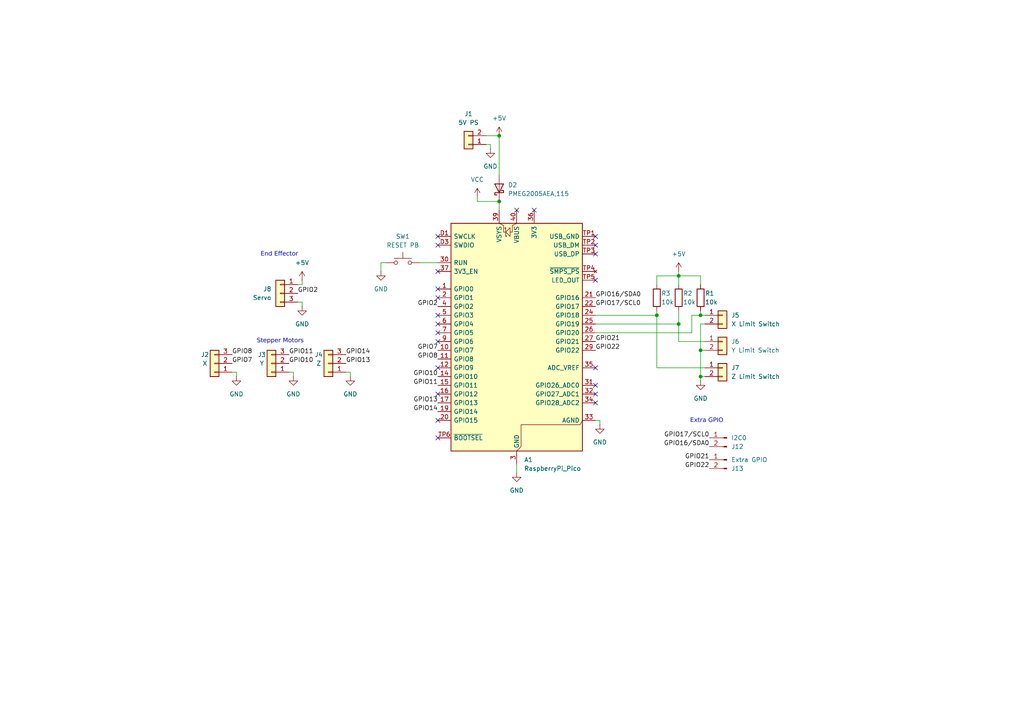
<source format=kicad_sch>
(kicad_sch (version 20250114) (generator "eeschema") (generator_version "9.0")
  (paper "A4")
  (title_block (title "RPi Pico Core Breakout Board") (rev "0a") (company "HyperSense Electronics"))
  (lib_symbols
    (symbol "Connector:Conn_01x02_Pin" (pin_names (offset 1.016) (hide yes))
      (property "Reference" "J" (at 0 2.54 0))
      (property "Value" "Conn_01x02_Pin" (at 0 -5.08 0))
      (symbol "Conn_01x02_Pin_1_1"
        (rectangle (start 0.8636 0.127) (end 0 -0.127) (stroke (width 0.1524)) (fill (type outline)))
        (rectangle (start 0.8636 -2.413) (end 0 -2.667) (stroke (width 0.1524)) (fill (type outline)))
        (polyline (pts (xy 1.27 0) (xy 0.8636 0)) (stroke (width 0.1524)))
        (polyline (pts (xy 1.27 -2.54) (xy 0.8636 -2.54)) (stroke (width 0.1524)))
        (pin passive line (at 5.08 0 180) (length 3.81) (name "Pin_1") (number "1"))
        (pin passive line (at 5.08 -2.54 180) (length 3.81) (name "Pin_2") (number "2"))
      )
    )
    (symbol "Connector_Generic:Conn_01x02" (pin_names (offset 1.016) (hide yes))
      (property "Reference" "J" (at 0 2.54 0))
      (property "Value" "Conn_01x02" (at 0 -5.08 0))
      (symbol "Conn_01x02_1_1"
        (rectangle (start -1.27 1.27) (end 1.27 -3.81) (stroke (width 0.254)) (fill (type background)))
        (rectangle (start -1.27 0.127) (end 0 -0.127) (stroke (width 0.1524)))
        (rectangle (start -1.27 -2.413) (end 0 -2.667) (stroke (width 0.1524)))
        (pin passive line (at -5.08 0 0) (length 3.81) (name "Pin_1") (number "1"))
        (pin passive line (at -5.08 -2.54 0) (length 3.81) (name "Pin_2") (number "2"))
      )
    )
    (symbol "Connector_Generic:Conn_01x03" (pin_names (offset 1.016) (hide yes))
      (property "Reference" "J" (at 0 5.08 0))
      (property "Value" "Conn_01x03" (at 0 -5.08 0))
      (symbol "Conn_01x03_1_1"
        (rectangle (start -1.27 3.81) (end 1.27 -3.81) (stroke (width 0.254)) (fill (type background)))
        (rectangle (start -1.27 2.667) (end 0 2.413) (stroke (width 0.1524)))
        (rectangle (start -1.27 0.127) (end 0 -0.127) (stroke (width 0.1524)))
        (rectangle (start -1.27 -2.413) (end 0 -2.667) (stroke (width 0.1524)))
        (pin passive line (at -5.08 2.54 0) (length 3.81) (name "Pin_1") (number "1"))
        (pin passive line (at -5.08 0 0) (length 3.81) (name "Pin_2") (number "2"))
        (pin passive line (at -5.08 -2.54 0) (length 3.81) (name "Pin_3") (number "3"))
      )
    )
    (symbol "Device:D_Schottky" (pin_numbers (hide yes)) (pin_names (offset 1.016) (hide yes))
      (property "Reference" "D" (at 0 2.54 0))
      (property "Value" "D_Schottky" (at 0 -2.54 0))
      (symbol "D_Schottky_0_1"
        (polyline (pts (xy -1.905 0.635) (xy -1.905 1.27) (xy -1.27 1.27) (xy -1.27 -1.27) (xy -0.635 -1.27) (xy -0.635 -0.635)) (stroke (width 0.254)))
        (polyline (pts (xy 1.27 1.27) (xy 1.27 -1.27) (xy -1.27 0) (xy 1.27 1.27)) (stroke (width 0.254)))
        (polyline (pts (xy 1.27 0) (xy -1.27 0)))
      )
      (symbol "D_Schottky_1_1"
        (pin passive line (at -3.81 0 0) (length 2.54) (name "K") (number "1"))
        (pin passive line (at 3.81 0 180) (length 2.54) (name "A") (number "2"))
      )
    )
    (symbol "Device:R" (pin_numbers (hide yes)) (pin_names (offset 0))
      (property "Reference" "R" (at 2.032 0 90))
      (property "Value" "R" (at 0 0 90))
      (symbol "R_0_1"
        (rectangle (start -1.016 -2.54) (end 1.016 2.54) (stroke (width 0.254)))
      )
      (symbol "R_1_1"
        (pin passive line (at 0 3.81 270) (length 1.27) (name "~") (number "1"))
        (pin passive line (at 0 -3.81 90) (length 1.27) (name "~") (number "2"))
      )
    )
    (symbol "MCU_Module:RaspberryPi_Pico_Extensive" (pin_names (offset 0.762))
      (property "Reference" "A" (at -19.05 35.56 0))
      (property "Value" "RaspberryPi_Pico" (at 7.62 35.56 0))
      (symbol "RaspberryPi_Pico_Extensive_0_1"
        (rectangle (start -19.05 34.29) (end 19.05 -31.75) (stroke (width 0.254)) (fill (type background)))
        (polyline (pts (xy -5.08 34.29) (xy -3.81 33.655) (xy -3.81 31.75) (xy -3.175 31.75)))
        (polyline (pts (xy -3.429 32.766) (xy -3.429 33.02) (xy -3.175 33.02) (xy -3.175 30.48) (xy -2.921 30.48) (xy -2.921 30.734)))
        (polyline (pts (xy -3.175 31.75) (xy -1.905 33.02) (xy -1.905 30.48) (xy -3.175 31.75)))
        (polyline (pts (xy 0 34.29) (xy -1.27 33.655) (xy -1.27 31.75) (xy -1.905 31.75)))
        (polyline (pts (xy 0 -31.75) (xy 1.27 -30.48) (xy 1.27 -24.13) (xy 18.415 -24.13) (xy 19.05 -22.86)))
      )
      (symbol "RaspberryPi_Pico_Extensive_1_1"
        (pin input line (at -22.86 30.48 0) (length 3.81) (name "SWCLK") (number "D1"))
        (pin bidirectional line (at -22.86 27.94 0) (length 3.81) (name "SWDIO") (number "D3"))
        (pin passive line (at -22.86 22.86 0) (length 3.81) (name "RUN") (number "30"))
        (pin passive line (at -22.86 20.32 0) (length 3.81) (name "3V3_EN") (number "37"))
        (pin bidirectional line (at -22.86 15.24 0) (length 3.81) (name "GPIO0") (number "1"))
        (pin bidirectional line (at -22.86 12.7 0) (length 3.81) (name "GPIO1") (number "2"))
        (pin bidirectional line (at -22.86 10.16 0) (length 3.81) (name "GPIO2") (number "4"))
        (pin bidirectional line (at -22.86 7.62 0) (length 3.81) (name "GPIO3") (number "5"))
        (pin bidirectional line (at -22.86 5.08 0) (length 3.81) (name "GPIO4") (number "6"))
        (pin bidirectional line (at -22.86 2.54 0) (length 3.81) (name "GPIO5") (number "7"))
        (pin bidirectional line (at -22.86 0 0) (length 3.81) (name "GPIO6") (number "9"))
        (pin bidirectional line (at -22.86 -2.54 0) (length 3.81) (name "GPIO7") (number "10"))
        (pin bidirectional line (at -22.86 -5.08 0) (length 3.81) (name "GPIO8") (number "11"))
        (pin bidirectional line (at -22.86 -7.62 0) (length 3.81) (name "GPIO9") (number "12"))
        (pin bidirectional line (at -22.86 -10.16 0) (length 3.81) (name "GPIO10") (number "14"))
        (pin bidirectional line (at -22.86 -12.7 0) (length 3.81) (name "GPIO11") (number "15"))
        (pin bidirectional line (at -22.86 -15.24 0) (length 3.81) (name "GPIO12") (number "16"))
        (pin bidirectional line (at -22.86 -17.78 0) (length 3.81) (name "GPIO13") (number "17"))
        (pin bidirectional line (at -22.86 -20.32 0) (length 3.81) (name "GPIO14") (number "19"))
        (pin bidirectional line (at -22.86 -22.86 0) (length 3.81) (name "GPIO15") (number "20"))
        (pin input line (at -22.86 -27.94 0) (length 3.81) (name "~{BOOTSEL}") (number "TP6"))
        (pin power_in line (at -5.08 38.1 270) (length 3.81) (name "VSYS") (number "39"))
        (pin power_out line (at 0 38.1 270) (length 3.81) (name "VBUS") (number "40"))
        (pin passive line (at 0 -35.56 90) (length 3.81) (hide yes) (name "GND") (number "13"))
        (pin passive line (at 0 -35.56 90) (length 3.81) (hide yes) (name "GND") (number "18"))
        (pin passive line (at 0 -35.56 90) (length 3.81) (hide yes) (name "GND") (number "23"))
        (pin passive line (at 0 -35.56 90) (length 3.81) (hide yes) (name "GND") (number "28"))
        (pin power_out line (at 0 -35.56 90) (length 3.81) (name "GND") (number "3"))
        (pin passive line (at 0 -35.56 90) (length 3.81) (hide yes) (name "GND") (number "38"))
        (pin passive line (at 0 -35.56 90) (length 3.81) (hide yes) (name "GND") (number "8"))
        (pin passive line (at 0 -35.56 90) (length 3.81) (hide yes) (name "GND") (number "D2"))
        (pin power_out line (at 5.08 38.1 270) (length 3.81) (name "3V3") (number "36"))
        (pin power_out line (at 22.86 30.48 180) (length 3.81) (name "USB_GND") (number "TP1"))
        (pin bidirectional line (at 22.86 27.94 180) (length 3.81) (name "USB_DM") (number "TP2"))
        (pin bidirectional line (at 22.86 25.4 180) (length 3.81) (name "USB_DP") (number "TP3"))
        (pin no_connect line (at 22.86 20.32 180) (length 3.81) (name "~{SMPS_PS}") (number "TP4"))
        (pin output line (at 22.86 17.78 180) (length 3.81) (name "LED_OUT") (number "TP5"))
        (pin bidirectional line (at 22.86 12.7 180) (length 3.81) (name "GPIO16") (number "21"))
        (pin bidirectional line (at 22.86 10.16 180) (length 3.81) (name "GPIO17") (number "22"))
        (pin bidirectional line (at 22.86 7.62 180) (length 3.81) (name "GPIO18") (number "24"))
        (pin bidirectional line (at 22.86 5.08 180) (length 3.81) (name "GPIO19") (number "25"))
        (pin bidirectional line (at 22.86 2.54 180) (length 3.81) (name "GPIO20") (number "26"))
        (pin bidirectional line (at 22.86 0 180) (length 3.81) (name "GPIO21") (number "27"))
        (pin bidirectional line (at 22.86 -2.54 180) (length 3.81) (name "GPIO22") (number "29"))
        (pin power_in line (at 22.86 -7.62 180) (length 3.81) (name "ADC_VREF") (number "35"))
        (pin bidirectional line (at 22.86 -12.7 180) (length 3.81) (name "GPIO26_ADC0") (number "31"))
        (pin bidirectional line (at 22.86 -15.24 180) (length 3.81) (name "GPIO27_ADC1") (number "32"))
        (pin bidirectional line (at 22.86 -17.78 180) (length 3.81) (name "GPIO28_ADC2") (number "34"))
        (pin power_out line (at 22.86 -22.86 180) (length 3.81) (name "AGND") (number "33"))
      )
    )
    (symbol "Switch:SW_Push" (pin_numbers (hide yes)) (pin_names (offset 1.016) (hide yes))
      (property "Reference" "SW" (at 1.27 2.54 0))
      (property "Value" "SW_Push" (at 0 -1.524 0))
      (symbol "SW_Push_0_1"
        (circle (center -2.032 0) (radius 0.508))
        (polyline (pts (xy 0 1.27) (xy 0 3.048)))
        (circle (center 2.032 0) (radius 0.508))
        (polyline (pts (xy 2.54 1.27) (xy -2.54 1.27)))
        (pin passive line (at -5.08 0 0) (length 2.54) (name "1") (number "1"))
        (pin passive line (at 5.08 0 180) (length 2.54) (name "2") (number "2"))
      )
    )
    (symbol "power:+5V" (power) (pin_numbers (hide yes)) (pin_names (offset 0) (hide yes))
      (property "Value" "+5V" (at 0 3.556 0))
      (symbol "+5V_0_1"
        (polyline (pts (xy -0.762 1.27) (xy 0 2.54)))
        (polyline (pts (xy 0 2.54) (xy 0.762 1.27)))
        (polyline (pts (xy 0 0) (xy 0 2.54)))
      )
      (symbol "+5V_1_1"
        (pin power_in line (at 0 0 90) (length 0) (name "~") (number "1"))
      )
    )
    (symbol "power:GND" (power) (pin_numbers (hide yes)) (pin_names (offset 0) (hide yes))
      (property "Value" "GND" (at 0 -3.81 0))
      (symbol "GND_0_1"
        (polyline (pts (xy 0 0) (xy 0 -1.27) (xy 1.27 -1.27) (xy 0 -2.54) (xy -1.27 -1.27) (xy 0 -1.27)))
      )
      (symbol "GND_1_1"
        (pin power_in line (at 0 0 270) (length 0) (name "~") (number "1"))
      )
    )
    (symbol "power:VCC" (power) (pin_numbers (hide yes)) (pin_names (offset 0) (hide yes))
      (property "Value" "VCC" (at 0 3.556 0))
      (symbol "VCC_0_1"
        (polyline (pts (xy -0.762 1.27) (xy 0 2.54)))
        (polyline (pts (xy 0 2.54) (xy 0.762 1.27)))
        (polyline (pts (xy 0 0) (xy 0 2.54)))
      )
      (symbol "VCC_1_1"
        (pin power_in line (at 0 0 90) (length 0) (name "~") (number "1"))
      )
    )
  )
  (text "End Effector\n" (at 81.026 74.168 0) (effects (font (size 1.27 1.27))))
  (text "Stepper Motors" (at 81.28 99.314 0) (effects (font (size 1.27 1.27))))
  (text "Extra GPIO" (at 204.978 122.428 0) (effects (font (size 1.27 1.27))))
  (junction (at 196.85 80.01))
  (junction (at 203.2 101.6))
  (junction (at 196.85 93.98))
  (junction (at 190.5 91.44))
  (junction (at 144.78 39.37))
  (junction (at 203.2 91.44))
  (junction (at 144.78 58.42))
  (junction (at 203.2 109.22))
  (no_connect (at 149.86 60.96))
  (no_connect (at 172.72 111.76))
  (no_connect (at 172.72 116.84))
  (no_connect (at 127 127))
  (no_connect (at 127 99.06))
  (no_connect (at 127 83.82))
  (no_connect (at 172.72 81.28))
  (no_connect (at 154.94 60.96))
  (no_connect (at 127 71.12))
  (no_connect (at 172.72 106.68))
  (no_connect (at 127 91.44))
  (no_connect (at 172.72 73.66))
  (no_connect (at 127 121.92))
  (no_connect (at 127 86.36))
  (no_connect (at 127 93.98))
  (no_connect (at 172.72 71.12))
  (no_connect (at 127 68.58))
  (no_connect (at 127 96.52))
  (no_connect (at 127 78.74))
  (no_connect (at 127 106.68))
  (no_connect (at 172.72 68.58))
  (no_connect (at 172.72 114.3))
  (no_connect (at 127 114.3))
  (wire (pts (xy 190.5 82.55) (xy 190.5 80.01)))
  (wire (pts (xy 85.09 107.95) (xy 83.82 107.95)))
  (wire (pts (xy 204.47 106.68) (xy 190.5 106.68)))
  (wire (pts (xy 85.09 109.22) (xy 85.09 107.95)))
  (wire (pts (xy 190.5 91.44) (xy 190.5 106.68)))
  (wire (pts (xy 203.2 109.22) (xy 203.2 101.6)))
  (wire (pts (xy 144.78 58.42) (xy 144.78 60.96)))
  (wire (pts (xy 87.63 81.28) (xy 87.63 82.55)))
  (wire (pts (xy 196.85 80.01) (xy 196.85 82.55)))
  (wire (pts (xy 172.72 91.44) (xy 190.5 91.44)))
  (wire (pts (xy 196.85 78.74) (xy 196.85 80.01)))
  (wire (pts (xy 140.97 41.91) (xy 142.24 41.91)))
  (wire (pts (xy 138.43 58.42) (xy 144.78 58.42)))
  (wire (pts (xy 87.63 82.55) (xy 86.36 82.55)))
  (wire (pts (xy 149.86 134.62) (xy 149.86 137.16)))
  (wire (pts (xy 87.63 87.63) (xy 87.63 88.9)))
  (wire (pts (xy 200.66 96.52) (xy 200.66 91.44)))
  (wire (pts (xy 203.2 93.98) (xy 204.47 93.98)))
  (wire (pts (xy 140.97 39.37) (xy 144.78 39.37)))
  (wire (pts (xy 200.66 91.44) (xy 203.2 91.44)))
  (wire (pts (xy 172.72 96.52) (xy 200.66 96.52)))
  (wire (pts (xy 101.6 107.95) (xy 100.33 107.95)))
  (wire (pts (xy 172.72 121.92) (xy 173.99 121.92)))
  (wire (pts (xy 121.92 76.2) (xy 127 76.2)))
  (wire (pts (xy 68.58 107.95) (xy 68.58 109.22)))
  (wire (pts (xy 101.6 109.22) (xy 101.6 107.95)))
  (wire (pts (xy 203.2 109.22) (xy 204.47 109.22)))
  (wire (pts (xy 138.43 57.15) (xy 138.43 58.42)))
  (wire (pts (xy 196.85 90.17) (xy 196.85 93.98)))
  (wire (pts (xy 203.2 101.6) (xy 204.47 101.6)))
  (wire (pts (xy 203.2 110.49) (xy 203.2 109.22)))
  (wire (pts (xy 110.49 76.2) (xy 111.76 76.2)))
  (wire (pts (xy 203.2 91.44) (xy 204.47 91.44)))
  (wire (pts (xy 173.99 121.92) (xy 173.99 123.19)))
  (wire (pts (xy 142.24 41.91) (xy 142.24 43.18)))
  (wire (pts (xy 196.85 93.98) (xy 196.85 99.06)))
  (wire (pts (xy 203.2 90.17) (xy 203.2 91.44)))
  (wire (pts (xy 144.78 39.37) (xy 144.78 50.8)))
  (wire (pts (xy 67.31 107.95) (xy 68.58 107.95)))
  (wire (pts (xy 86.36 87.63) (xy 87.63 87.63)))
  (wire (pts (xy 203.2 82.55) (xy 203.2 80.01)))
  (wire (pts (xy 203.2 101.6) (xy 203.2 93.98)))
  (wire (pts (xy 110.49 78.74) (xy 110.49 76.2)))
  (wire (pts (xy 196.85 99.06) (xy 204.47 99.06)))
  (wire (pts (xy 190.5 80.01) (xy 196.85 80.01)))
  (wire (pts (xy 190.5 90.17) (xy 190.5 91.44)))
  (wire (pts (xy 196.85 80.01) (xy 203.2 80.01)))
  (wire (pts (xy 172.72 93.98) (xy 196.85 93.98)))
  (label "GPIO17{slash}SCL0" (at 205.74 127 180))
  (label "GPIO21" (at 205.74 133.35 180))
  (label "GPIO16{slash}SDA0" (at 205.74 129.54 180))
  (label "GPIO10" (at 83.82 105.41 0))
  (label "GPIO22" (at 172.72 101.6 0))
  (label "GPIO8" (at 127 104.14 180))
  (label "GPIO21" (at 172.72 99.06 0))
  (label "GPIO11" (at 83.82 102.87 0))
  (label "GPIO2" (at 127 88.9 180))
  (label "GPIO17{slash}SCL0" (at 172.72 88.9 0))
  (label "GPIO7" (at 127 101.6 180))
  (label "GPIO14" (at 100.33 102.87 0))
  (label "GPIO14" (at 127 119.38 180))
  (label "GPIO7" (at 67.31 105.41 0))
  (label "GPIO13" (at 100.33 105.41 0))
  (label "GPIO16{slash}SDA0" (at 172.72 86.36 0))
  (label "GPIO13" (at 127 116.84 180))
  (label "GPIO10" (at 127 109.22 180))
  (label "GPIO8" (at 67.31 102.87 0))
  (label "GPIO11" (at 127 111.76 180))
  (label "GPIO22" (at 205.74 135.89 180))
  (label "GPIO2" (at 86.36 85.09 0))
  (symbol (lib_id "power:+5V") (at 196.85 78.74 0) (unit 1)
    (property "Reference" "#PWR06" (effects (hide yes)))
    (property "Value" "+5V" (at 196.85 73.66 0))
    (property "Description" "Power symbol creates a global label with name \"+5V\"" (effects (hide yes)))
  )
  (symbol (lib_id "power:GND") (at 149.86 137.16 0) (unit 1)
    (property "Reference" "#PWR02" (effects (hide yes)))
    (property "Value" "GND" (at 149.86 142.24 0))
    (property "Description" "Power symbol creates a global label with name \"GND\" , ground" (effects (hide yes)))
  )
  (symbol (lib_id "power:GND") (at 101.6 109.22 0) (unit 1)
    (property "Reference" "#PWR011" (effects (hide yes)))
    (property "Value" "GND" (at 101.6 114.3 0))
    (property "Description" "Power symbol creates a global label with name \"GND\" , ground" (effects (hide yes)))
  )
  (symbol (lib_id "Device:R") (at 196.85 86.36 0) (unit 1)
    (property "Reference" "R2" (at 198.12 85.09 0) (effects (justify left)))
    (property "Value" "10k" (at 198.12 87.63 0) (effects (justify left)))
    (property "Footprint" "Resistor_THT:R_Axial_DIN0207_L6.3mm_D2.5mm_P10.16mm_Horizontal" (effects (hide yes)))
    (property "Description" "Resistor" (effects (hide yes)))
    (property "LCSC" "C4013692" (effects (hide yes)))
  )
  (symbol (lib_id "power:+5V") (at 144.78 39.37 0) (unit 1)
    (property "Reference" "#PWR013" (effects (hide yes)))
    (property "Value" "+5V" (at 144.78 34.29 0))
    (property "Description" "Power symbol creates a global label with name \"+5V\"" (effects (hide yes)))
  )
  (symbol (lib_id "Connector_Generic:Conn_01x02") (at 209.55 99.06 0) (unit 1)
    (property "Reference" "J6" (at 212.09 99.0599 0) (effects (justify left)))
    (property "Value" "Y Limit Switch" (at 212.09 101.5999 0) (effects (justify left)))
    (property "Footprint" "Connector_JST:JST_PH_B2B-PH-K_1x02_P2.00mm_Vertical" (effects (hide yes)))
    (property "Description" "Generic connector, single row, 01x02, script generated (kicad-library-utils/schlib/autogen/connector/)" (effects (hide yes)))
  )
  (symbol (lib_id "Connector_Generic:Conn_01x02") (at 135.89 41.91 180) (unit 1)
    (property "Reference" "J1" (at 135.89 33.02 0))
    (property "Value" "5V PS" (at 135.89 35.56 0))
    (property "Footprint" "TerminalBlock_Phoenix:TerminalBlock_Phoenix_MKDS-1,5-2-5.08_1x02_P5.08mm_Horizontal" (effects (hide yes)))
    (property "Description" "Generic connector, single row, 01x02, script generated (kicad-library-utils/schlib/autogen/connector/)" (effects (hide yes)))
  )
  (symbol (lib_id "power:VCC") (at 138.43 57.15 0) (unit 1)
    (property "Reference" "#PWR012" (effects (hide yes)))
    (property "Value" "VCC" (at 138.43 52.07 0))
    (property "Description" "Power symbol creates a global label with name \"VCC\"" (effects (hide yes)))
  )
  (symbol (lib_id "Connector:Conn_01x02_Pin") (at 210.82 127 0) (mirror y) (unit 1)
    (property "Reference" "J12" (at 212.09 129.5401 0) (effects (justify right)))
    (property "Value" "I2C0" (at 212.09 127.0001 0) (effects (justify right)))
    (property "Footprint" "Connector_PinHeader_2.54mm:PinHeader_1x02_P2.54mm_Vertical" (effects (hide yes)))
    (property "Description" "Generic connector, single row, 01x02, script generated" (effects (hide yes)))
  )
  (symbol (lib_id "Device:R") (at 203.2 86.36 0) (unit 1)
    (property "Reference" "R1" (at 204.47 85.09 0) (effects (justify left)))
    (property "Value" "10k" (at 204.47 87.63 0) (effects (justify left)))
    (property "Footprint" "Resistor_THT:R_Axial_DIN0207_L6.3mm_D2.5mm_P10.16mm_Horizontal" (effects (hide yes)))
    (property "Description" "Resistor" (effects (hide yes)))
    (property "LCSC" "C4013692" (effects (hide yes)))
  )
  (symbol (lib_id "power:GND") (at 110.49 78.74 0) (unit 1)
    (property "Reference" "#PWR04" (effects (hide yes)))
    (property "Value" "GND" (at 110.49 83.82 0))
    (property "Description" "Power symbol creates a global label with name \"GND\" , ground" (effects (hide yes)))
  )
  (symbol (lib_id "Connector_Generic:Conn_01x02") (at 209.55 91.44 0) (unit 1)
    (property "Reference" "J5" (at 212.09 91.4399 0) (effects (justify left)))
    (property "Value" "X Limit Switch" (at 212.09 93.9799 0) (effects (justify left)))
    (property "Footprint" "Connector_JST:JST_PH_B2B-PH-K_1x02_P2.00mm_Vertical" (effects (hide yes)))
    (property "Description" "Generic connector, single row, 01x02, script generated (kicad-library-utils/schlib/autogen/connector/)" (effects (hide yes)))
  )
  (symbol (lib_id "Connector:Conn_01x02_Pin") (at 210.82 133.35 0) (mirror y) (unit 1)
    (property "Reference" "J13" (at 212.09 135.8901 0) (effects (justify right)))
    (property "Value" "Extra GPIO" (at 212.09 133.3501 0) (effects (justify right)))
    (property "Footprint" "Connector_PinHeader_2.54mm:PinHeader_1x02_P2.54mm_Vertical" (effects (hide yes)))
    (property "Description" "Generic connector, single row, 01x02, script generated" (effects (hide yes)))
  )
  (symbol (lib_id "power:+5V") (at 87.63 81.28 0) (unit 1)
    (property "Reference" "#PWR08" (effects (hide yes)))
    (property "Value" "+5V" (at 87.63 76.2 0))
    (property "Description" "Power symbol creates a global label with name \"+5V\"" (effects (hide yes)))
  )
  (symbol (lib_id "Connector_Generic:Conn_01x03") (at 78.74 105.41 180) (unit 1)
    (property "Reference" "J3" (at 75.946 102.87 0))
    (property "Value" "Y" (at 75.946 105.41 0))
    (property "Footprint" "TerminalBlock_Phoenix:TerminalBlock_Phoenix_MKDS-1,5-3-5.08_1x03_P5.08mm_Horizontal" (effects (hide yes)))
    (property "Description" "Generic connector, single row, 01x03, script generated (kicad-library-utils/schlib/autogen/connector/)" (effects (hide yes)))
  )
  (symbol (lib_id "power:GND") (at 142.24 43.18 0) (unit 1)
    (property "Reference" "#PWR01" (effects (hide yes)))
    (property "Value" "GND" (at 142.24 48.26 0))
    (property "Description" "Power symbol creates a global label with name \"GND\" , ground" (effects (hide yes)))
  )
  (symbol (lib_id "Connector_Generic:Conn_01x03") (at 95.25 105.41 180) (unit 1)
    (property "Reference" "J4" (at 92.456 102.87 0))
    (property "Value" "Z" (at 92.456 105.41 0))
    (property "Footprint" "TerminalBlock_Phoenix:TerminalBlock_Phoenix_MKDS-1,5-3-5.08_1x03_P5.08mm_Horizontal" (effects (hide yes)))
    (property "Description" "Generic connector, single row, 01x03, script generated (kicad-library-utils/schlib/autogen/connector/)" (effects (hide yes)))
  )
  (symbol (lib_id "Connector_Generic:Conn_01x03") (at 81.28 85.09 0) (mirror y) (unit 1)
    (property "Reference" "J8" (at 78.74 83.8199 0) (effects (justify left)))
    (property "Value" "Servo" (at 78.74 86.3599 0) (effects (justify left)))
    (property "Footprint" "Connector_JST:JST_PH_B3B-PH-K_1x03_P2.00mm_Vertical" (effects (hide yes)))
    (property "Description" "Generic connector, single row, 01x03, script generated (kicad-library-utils/schlib/autogen/connector/)" (effects (hide yes)))
  )
  (symbol (lib_id "Switch:SW_Push") (at 116.84 76.2 0) (unit 1)
    (property "Reference" "SW1" (at 116.84 68.58 0))
    (property "Value" "RESET PB" (at 116.84 71.12 0))
    (property "Footprint" "Button_Switch_THT:SW_PUSH_6mm" (effects (hide yes)))
    (property "Description" "Push button switch, generic, two pins" (effects (hide yes)))
  )
  (symbol (lib_id "Device:R") (at 190.5 86.36 0) (unit 1)
    (property "Reference" "R3" (at 191.77 85.09 0) (effects (justify left)))
    (property "Value" "10k" (at 191.77 87.63 0) (effects (justify left)))
    (property "Footprint" "Resistor_THT:R_Axial_DIN0207_L6.3mm_D2.5mm_P10.16mm_Horizontal" (effects (hide yes)))
    (property "Description" "Resistor" (effects (hide yes)))
    (property "LCSC" "C4013692" (effects (hide yes)))
  )
  (symbol (lib_id "power:GND") (at 173.99 123.19 0) (unit 1)
    (property "Reference" "#PWR03" (effects (hide yes)))
    (property "Value" "GND" (at 173.99 128.27 0))
    (property "Description" "Power symbol creates a global label with name \"GND\" , ground" (effects (hide yes)))
  )
  (symbol (lib_id "power:GND") (at 87.63 88.9 0) (unit 1)
    (property "Reference" "#PWR07" (effects (hide yes)))
    (property "Value" "GND" (at 87.63 93.98 0))
    (property "Description" "Power symbol creates a global label with name \"GND\" , ground" (effects (hide yes)))
  )
  (symbol (lib_id "Connector_Generic:Conn_01x03") (at 62.23 105.41 180) (unit 1)
    (property "Reference" "J2" (at 59.436 102.87 0))
    (property "Value" "X" (at 59.436 105.41 0))
    (property "Footprint" "TerminalBlock_Phoenix:TerminalBlock_Phoenix_MKDS-1,5-3-5.08_1x03_P5.08mm_Horizontal" (effects (hide yes)))
    (property "Description" "Generic connector, single row, 01x03, script generated (kicad-library-utils/schlib/autogen/connector/)" (effects (hide yes)))
  )
  (symbol (lib_id "power:GND") (at 85.09 109.22 0) (unit 1)
    (property "Reference" "#PWR010" (effects (hide yes)))
    (property "Value" "GND" (at 85.09 114.3 0))
    (property "Description" "Power symbol creates a global label with name \"GND\" , ground" (effects (hide yes)))
  )
  (symbol (lib_id "Device:D_Schottky") (at 144.78 54.61 90) (unit 1)
    (property "Reference" "D2" (at 147.32 53.6574 90) (effects (justify right)))
    (property "Value" "PMEG2005AEA,115" (at 147.32 56.1974 90) (effects (justify right)))
    (property "Footprint" "Diode_THT:D_A-405_P7.62mm_Horizontal" (effects (hide yes)))
    (property "Description" "Schottky diode" (effects (hide yes)))
    (property "LCSC" "C179428" (effects (hide yes)))
  )
  (symbol (lib_id "power:GND") (at 203.2 110.49 0) (unit 1)
    (property "Reference" "#PWR05" (effects (hide yes)))
    (property "Value" "GND" (at 203.2 115.57 0))
    (property "Description" "Power symbol creates a global label with name \"GND\" , ground" (effects (hide yes)))
  )
  (symbol (lib_id "Connector_Generic:Conn_01x02") (at 209.55 106.68 0) (unit 1)
    (property "Reference" "J7" (at 212.09 106.6799 0) (effects (justify left)))
    (property "Value" "Z Limit Switch" (at 212.09 109.2199 0) (effects (justify left)))
    (property "Footprint" "Connector_JST:JST_PH_B2B-PH-K_1x02_P2.00mm_Vertical" (effects (hide yes)))
    (property "Description" "Generic connector, single row, 01x02, script generated (kicad-library-utils/schlib/autogen/connector/)" (effects (hide yes)))
  )
  (symbol (lib_id "power:GND") (at 68.58 109.22 0) (unit 1)
    (property "Reference" "#PWR09" (effects (hide yes)))
    (property "Value" "GND" (at 68.58 114.3 0))
    (property "Description" "Power symbol creates a global label with name \"GND\" , ground" (effects (hide yes)))
  )
  (symbol (lib_id "MCU_Module:RaspberryPi_Pico_Extensive") (at 149.86 99.06 0) (unit 1)
    (property "Reference" "A1" (at 152.0033 133.35 0) (effects (justify left)))
    (property "Value" "RaspberryPi_Pico" (at 152.0033 135.89 0) (effects (justify left)))
    (property "Footprint" "Module:RaspberryPi_Pico_SMD" (effects (hide yes)))
    (property "Datasheet" "https://datasheets.raspberrypi.com/pico/pico-datasheet.pdf" (effects (hide yes)))
    (property "Description" "Versatile and inexpensive microcontroller module (with full pinout for test point and debug connections) powered by RP2040 dual-core Arm Cortex-M0+ processor up to 133 MHz, 264kB SRAM, 2MB QSPI flash; also supports Raspberry Pi Pico 2" (effects (hide yes)))
  )
)
</source>
